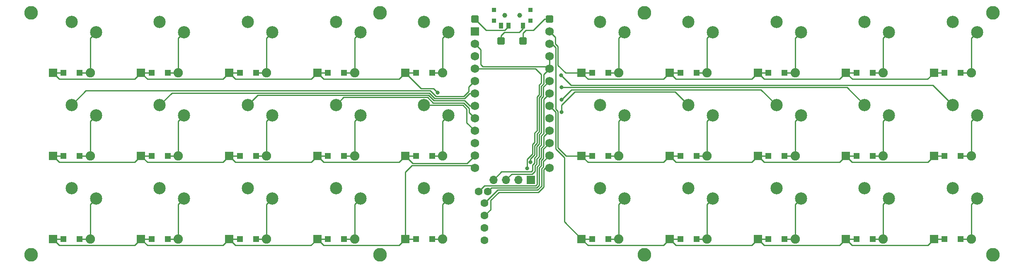
<source format=gbr>
%TF.GenerationSoftware,KiCad,Pcbnew,(6.0.4)*%
%TF.CreationDate,2022-07-31T16:16:28-04:00*%
%TF.ProjectId,satpad,73617470-6164-42e6-9b69-6361645f7063,v1.0.0*%
%TF.SameCoordinates,Original*%
%TF.FileFunction,Copper,L1,Top*%
%TF.FilePolarity,Positive*%
%FSLAX46Y46*%
G04 Gerber Fmt 4.6, Leading zero omitted, Abs format (unit mm)*
G04 Created by KiCad (PCBNEW (6.0.4)) date 2022-07-31 16:16:28*
%MOMM*%
%LPD*%
G01*
G04 APERTURE LIST*
G04 Aperture macros list*
%AMRoundRect*
0 Rectangle with rounded corners*
0 $1 Rounding radius*
0 $2 $3 $4 $5 $6 $7 $8 $9 X,Y pos of 4 corners*
0 Add a 4 corners polygon primitive as box body*
4,1,4,$2,$3,$4,$5,$6,$7,$8,$9,$2,$3,0*
0 Add four circle primitives for the rounded corners*
1,1,$1+$1,$2,$3*
1,1,$1+$1,$4,$5*
1,1,$1+$1,$6,$7*
1,1,$1+$1,$8,$9*
0 Add four rect primitives between the rounded corners*
20,1,$1+$1,$2,$3,$4,$5,0*
20,1,$1+$1,$4,$5,$6,$7,0*
20,1,$1+$1,$6,$7,$8,$9,0*
20,1,$1+$1,$8,$9,$2,$3,0*%
G04 Aperture macros list end*
%TA.AperFunction,ComponentPad*%
%ADD10C,2.500000*%
%TD*%
%TA.AperFunction,SMDPad,CuDef*%
%ADD11R,1.200000X1.200000*%
%TD*%
%TA.AperFunction,ComponentPad*%
%ADD12C,1.905000*%
%TD*%
%TA.AperFunction,ComponentPad*%
%ADD13R,1.778000X1.778000*%
%TD*%
%TA.AperFunction,ComponentPad*%
%ADD14C,2.800000*%
%TD*%
%TA.AperFunction,ComponentPad*%
%ADD15R,1.752600X1.752600*%
%TD*%
%TA.AperFunction,ComponentPad*%
%ADD16C,1.752600*%
%TD*%
%TA.AperFunction,ComponentPad*%
%ADD17RoundRect,0.400000X-0.400000X-0.400000X0.400000X-0.400000X0.400000X0.400000X-0.400000X0.400000X0*%
%TD*%
%TA.AperFunction,ComponentPad*%
%ADD18O,1.700000X1.700000*%
%TD*%
%TA.AperFunction,ComponentPad*%
%ADD19R,1.700000X1.700000*%
%TD*%
%TA.AperFunction,ComponentPad*%
%ADD20C,1.600000*%
%TD*%
%TA.AperFunction,WasherPad*%
%ADD21C,1.000000*%
%TD*%
%TA.AperFunction,SMDPad,CuDef*%
%ADD22R,0.900000X1.250000*%
%TD*%
%TA.AperFunction,SMDPad,CuDef*%
%ADD23R,0.900000X0.900000*%
%TD*%
%TA.AperFunction,ViaPad*%
%ADD24C,0.800000*%
%TD*%
%TA.AperFunction,Conductor*%
%ADD25C,0.250000*%
%TD*%
G04 APERTURE END LIST*
D10*
%TO.P,S1,1*%
%TO.N,pinky_bottom*%
X5000000Y3800000D03*
%TO.P,S1,2*%
%TO.N,F4*%
X0Y5900000D03*
%TD*%
D11*
%TO.P,D1,1*%
%TO.N,B6*%
X-1650000Y-4500000D03*
%TO.P,D1,2*%
%TO.N,pinky_bottom*%
X1650000Y-4500000D03*
D12*
%TO.P,D1,1*%
X3810000Y-4500000D03*
D13*
%TO.P,D1,2*%
%TO.N,B6*%
X-3810000Y-4500000D03*
%TD*%
D10*
%TO.P,S2,1*%
%TO.N,pinky_home*%
X5000000Y20800000D03*
%TO.P,S2,2*%
%TO.N,F4*%
X0Y22900000D03*
%TD*%
D11*
%TO.P,D2,1*%
%TO.N,B2*%
X-1650000Y12500000D03*
%TO.P,D2,2*%
%TO.N,pinky_home*%
X1650000Y12500000D03*
D12*
%TO.P,D2,1*%
X3810000Y12500000D03*
D13*
%TO.P,D2,2*%
%TO.N,B2*%
X-3810000Y12500000D03*
%TD*%
D10*
%TO.P,S3,1*%
%TO.N,pinky_top*%
X5000000Y37800000D03*
%TO.P,S3,2*%
%TO.N,F4*%
X0Y39900000D03*
%TD*%
D11*
%TO.P,D3,1*%
%TO.N,B3*%
X-1650000Y29500000D03*
%TO.P,D3,2*%
%TO.N,pinky_top*%
X1650000Y29500000D03*
D12*
%TO.P,D3,1*%
X3810000Y29500000D03*
D13*
%TO.P,D3,2*%
%TO.N,B3*%
X-3810000Y29500000D03*
%TD*%
D10*
%TO.P,S4,1*%
%TO.N,ring_bottom*%
X23000000Y3800000D03*
%TO.P,S4,2*%
%TO.N,F5*%
X18000000Y5900000D03*
%TD*%
D11*
%TO.P,D4,1*%
%TO.N,B6*%
X16350000Y-4500000D03*
%TO.P,D4,2*%
%TO.N,ring_bottom*%
X19650000Y-4500000D03*
D12*
%TO.P,D4,1*%
X21810000Y-4500000D03*
D13*
%TO.P,D4,2*%
%TO.N,B6*%
X14190000Y-4500000D03*
%TD*%
D10*
%TO.P,S5,1*%
%TO.N,ring_home*%
X23000000Y20800000D03*
%TO.P,S5,2*%
%TO.N,F5*%
X18000000Y22900000D03*
%TD*%
D11*
%TO.P,D5,1*%
%TO.N,B2*%
X16350000Y12500000D03*
%TO.P,D5,2*%
%TO.N,ring_home*%
X19650000Y12500000D03*
D12*
%TO.P,D5,1*%
X21810000Y12500000D03*
D13*
%TO.P,D5,2*%
%TO.N,B2*%
X14190000Y12500000D03*
%TD*%
D10*
%TO.P,S6,1*%
%TO.N,ring_top*%
X23000000Y37800000D03*
%TO.P,S6,2*%
%TO.N,F5*%
X18000000Y39900000D03*
%TD*%
D11*
%TO.P,D6,1*%
%TO.N,B3*%
X16350000Y29500000D03*
%TO.P,D6,2*%
%TO.N,ring_top*%
X19650000Y29500000D03*
D12*
%TO.P,D6,1*%
X21810000Y29500000D03*
D13*
%TO.P,D6,2*%
%TO.N,B3*%
X14190000Y29500000D03*
%TD*%
D10*
%TO.P,S7,1*%
%TO.N,middle_bottom*%
X41000000Y3800000D03*
%TO.P,S7,2*%
%TO.N,F6*%
X36000000Y5900000D03*
%TD*%
D11*
%TO.P,D7,1*%
%TO.N,B6*%
X34350000Y-4500000D03*
%TO.P,D7,2*%
%TO.N,middle_bottom*%
X37650000Y-4500000D03*
D12*
%TO.P,D7,1*%
X39810000Y-4500000D03*
D13*
%TO.P,D7,2*%
%TO.N,B6*%
X32190000Y-4500000D03*
%TD*%
D10*
%TO.P,S8,1*%
%TO.N,middle_home*%
X41000000Y20800000D03*
%TO.P,S8,2*%
%TO.N,F6*%
X36000000Y22900000D03*
%TD*%
D11*
%TO.P,D8,1*%
%TO.N,B2*%
X34350000Y12500000D03*
%TO.P,D8,2*%
%TO.N,middle_home*%
X37650000Y12500000D03*
D12*
%TO.P,D8,1*%
X39810000Y12500000D03*
D13*
%TO.P,D8,2*%
%TO.N,B2*%
X32190000Y12500000D03*
%TD*%
D10*
%TO.P,S9,1*%
%TO.N,middle_top*%
X41000000Y37800000D03*
%TO.P,S9,2*%
%TO.N,F6*%
X36000000Y39900000D03*
%TD*%
D11*
%TO.P,D9,1*%
%TO.N,B3*%
X34350000Y29500000D03*
%TO.P,D9,2*%
%TO.N,middle_top*%
X37650000Y29500000D03*
D12*
%TO.P,D9,1*%
X39810000Y29500000D03*
D13*
%TO.P,D9,2*%
%TO.N,B3*%
X32190000Y29500000D03*
%TD*%
D10*
%TO.P,S10,1*%
%TO.N,index_bottom*%
X59000000Y3800000D03*
%TO.P,S10,2*%
%TO.N,F7*%
X54000000Y5900000D03*
%TD*%
D11*
%TO.P,D10,1*%
%TO.N,B6*%
X52350000Y-4500000D03*
%TO.P,D10,2*%
%TO.N,index_bottom*%
X55650000Y-4500000D03*
D12*
%TO.P,D10,1*%
X57810000Y-4500000D03*
D13*
%TO.P,D10,2*%
%TO.N,B6*%
X50190000Y-4500000D03*
%TD*%
D10*
%TO.P,S11,1*%
%TO.N,index_home*%
X59000000Y20800000D03*
%TO.P,S11,2*%
%TO.N,F7*%
X54000000Y22900000D03*
%TD*%
D11*
%TO.P,D11,1*%
%TO.N,B2*%
X52350000Y12500000D03*
%TO.P,D11,2*%
%TO.N,index_home*%
X55650000Y12500000D03*
D12*
%TO.P,D11,1*%
X57810000Y12500000D03*
D13*
%TO.P,D11,2*%
%TO.N,B2*%
X50190000Y12500000D03*
%TD*%
D10*
%TO.P,S12,1*%
%TO.N,index_top*%
X59000000Y37800000D03*
%TO.P,S12,2*%
%TO.N,F7*%
X54000000Y39900000D03*
%TD*%
D11*
%TO.P,D12,1*%
%TO.N,B3*%
X52350000Y29500000D03*
%TO.P,D12,2*%
%TO.N,index_top*%
X55650000Y29500000D03*
D12*
%TO.P,D12,1*%
X57810000Y29500000D03*
D13*
%TO.P,D12,2*%
%TO.N,B3*%
X50190000Y29500000D03*
%TD*%
D10*
%TO.P,S13,1*%
%TO.N,inner_bottom*%
X77000000Y3800000D03*
%TO.P,S13,2*%
%TO.N,B1*%
X72000000Y5900000D03*
%TD*%
D11*
%TO.P,D13,1*%
%TO.N,B6*%
X70350000Y-4500000D03*
%TO.P,D13,2*%
%TO.N,inner_bottom*%
X73650000Y-4500000D03*
D12*
%TO.P,D13,1*%
X75810000Y-4500000D03*
D13*
%TO.P,D13,2*%
%TO.N,B6*%
X68190000Y-4500000D03*
%TD*%
D10*
%TO.P,S14,1*%
%TO.N,inner_home*%
X77000000Y20800000D03*
%TO.P,S14,2*%
%TO.N,B1*%
X72000000Y22900000D03*
%TD*%
D11*
%TO.P,D14,1*%
%TO.N,B2*%
X70350000Y12500000D03*
%TO.P,D14,2*%
%TO.N,inner_home*%
X73650000Y12500000D03*
D12*
%TO.P,D14,1*%
X75810000Y12500000D03*
D13*
%TO.P,D14,2*%
%TO.N,B2*%
X68190000Y12500000D03*
%TD*%
D10*
%TO.P,S15,1*%
%TO.N,inner_top*%
X77000000Y37800000D03*
%TO.P,S15,2*%
%TO.N,B1*%
X72000000Y39900000D03*
%TD*%
D11*
%TO.P,D15,1*%
%TO.N,B3*%
X70350000Y29500000D03*
%TO.P,D15,2*%
%TO.N,inner_top*%
X73650000Y29500000D03*
D12*
%TO.P,D15,1*%
X75810000Y29500000D03*
D13*
%TO.P,D15,2*%
%TO.N,B3*%
X68190000Y29500000D03*
%TD*%
D10*
%TO.P,S16,1*%
%TO.N,mirror_pinky_bottom*%
X185000000Y3800000D03*
%TO.P,S16,2*%
%TO.N,F4*%
X180000000Y5900000D03*
%TD*%
D11*
%TO.P,D16,1*%
%TO.N,D4*%
X178350000Y-4500000D03*
%TO.P,D16,2*%
%TO.N,mirror_pinky_bottom*%
X181650000Y-4500000D03*
D12*
%TO.P,D16,1*%
X183810000Y-4500000D03*
D13*
%TO.P,D16,2*%
%TO.N,D4*%
X176190000Y-4500000D03*
%TD*%
D10*
%TO.P,S17,1*%
%TO.N,mirror_pinky_home*%
X185000000Y20800000D03*
%TO.P,S17,2*%
%TO.N,F4*%
X180000000Y22900000D03*
%TD*%
D11*
%TO.P,D17,1*%
%TO.N,D2*%
X178350000Y12500000D03*
%TO.P,D17,2*%
%TO.N,mirror_pinky_home*%
X181650000Y12500000D03*
D12*
%TO.P,D17,1*%
X183810000Y12500000D03*
D13*
%TO.P,D17,2*%
%TO.N,D2*%
X176190000Y12500000D03*
%TD*%
D10*
%TO.P,S18,1*%
%TO.N,mirror_pinky_top*%
X185000000Y37800000D03*
%TO.P,S18,2*%
%TO.N,F4*%
X180000000Y39900000D03*
%TD*%
D11*
%TO.P,D18,1*%
%TO.N,D3*%
X178350000Y29500000D03*
%TO.P,D18,2*%
%TO.N,mirror_pinky_top*%
X181650000Y29500000D03*
D12*
%TO.P,D18,1*%
X183810000Y29500000D03*
D13*
%TO.P,D18,2*%
%TO.N,D3*%
X176190000Y29500000D03*
%TD*%
D10*
%TO.P,S19,1*%
%TO.N,mirror_ring_bottom*%
X167000000Y3800000D03*
%TO.P,S19,2*%
%TO.N,F5*%
X162000000Y5900000D03*
%TD*%
D11*
%TO.P,D19,1*%
%TO.N,D4*%
X160350000Y-4500000D03*
%TO.P,D19,2*%
%TO.N,mirror_ring_bottom*%
X163650000Y-4500000D03*
D12*
%TO.P,D19,1*%
X165810000Y-4500000D03*
D13*
%TO.P,D19,2*%
%TO.N,D4*%
X158190000Y-4500000D03*
%TD*%
D10*
%TO.P,S20,1*%
%TO.N,mirror_ring_home*%
X167000000Y20800000D03*
%TO.P,S20,2*%
%TO.N,F5*%
X162000000Y22900000D03*
%TD*%
D11*
%TO.P,D20,1*%
%TO.N,D2*%
X160350000Y12500000D03*
%TO.P,D20,2*%
%TO.N,mirror_ring_home*%
X163650000Y12500000D03*
D12*
%TO.P,D20,1*%
X165810000Y12500000D03*
D13*
%TO.P,D20,2*%
%TO.N,D2*%
X158190000Y12500000D03*
%TD*%
D10*
%TO.P,S21,1*%
%TO.N,mirror_ring_top*%
X167000000Y37800000D03*
%TO.P,S21,2*%
%TO.N,F5*%
X162000000Y39900000D03*
%TD*%
D11*
%TO.P,D21,1*%
%TO.N,D3*%
X160350000Y29500000D03*
%TO.P,D21,2*%
%TO.N,mirror_ring_top*%
X163650000Y29500000D03*
D12*
%TO.P,D21,1*%
X165810000Y29500000D03*
D13*
%TO.P,D21,2*%
%TO.N,D3*%
X158190000Y29500000D03*
%TD*%
D10*
%TO.P,S22,1*%
%TO.N,mirror_middle_bottom*%
X149000000Y3800000D03*
%TO.P,S22,2*%
%TO.N,F6*%
X144000000Y5900000D03*
%TD*%
D11*
%TO.P,D22,1*%
%TO.N,D4*%
X142350000Y-4500000D03*
%TO.P,D22,2*%
%TO.N,mirror_middle_bottom*%
X145650000Y-4500000D03*
D12*
%TO.P,D22,1*%
X147810000Y-4500000D03*
D13*
%TO.P,D22,2*%
%TO.N,D4*%
X140190000Y-4500000D03*
%TD*%
D10*
%TO.P,S23,1*%
%TO.N,mirror_middle_home*%
X149000000Y20800000D03*
%TO.P,S23,2*%
%TO.N,F6*%
X144000000Y22900000D03*
%TD*%
D11*
%TO.P,D23,1*%
%TO.N,D2*%
X142350000Y12500000D03*
%TO.P,D23,2*%
%TO.N,mirror_middle_home*%
X145650000Y12500000D03*
D12*
%TO.P,D23,1*%
X147810000Y12500000D03*
D13*
%TO.P,D23,2*%
%TO.N,D2*%
X140190000Y12500000D03*
%TD*%
D10*
%TO.P,S24,1*%
%TO.N,mirror_middle_top*%
X149000000Y37800000D03*
%TO.P,S24,2*%
%TO.N,F6*%
X144000000Y39900000D03*
%TD*%
D11*
%TO.P,D24,1*%
%TO.N,D3*%
X142350000Y29500000D03*
%TO.P,D24,2*%
%TO.N,mirror_middle_top*%
X145650000Y29500000D03*
D12*
%TO.P,D24,1*%
X147810000Y29500000D03*
D13*
%TO.P,D24,2*%
%TO.N,D3*%
X140190000Y29500000D03*
%TD*%
D10*
%TO.P,S25,1*%
%TO.N,mirror_index_bottom*%
X131000000Y3800000D03*
%TO.P,S25,2*%
%TO.N,F7*%
X126000000Y5900000D03*
%TD*%
D11*
%TO.P,D25,1*%
%TO.N,D4*%
X124350000Y-4500000D03*
%TO.P,D25,2*%
%TO.N,mirror_index_bottom*%
X127650000Y-4500000D03*
D12*
%TO.P,D25,1*%
X129810000Y-4500000D03*
D13*
%TO.P,D25,2*%
%TO.N,D4*%
X122190000Y-4500000D03*
%TD*%
D10*
%TO.P,S26,1*%
%TO.N,mirror_index_home*%
X131000000Y20800000D03*
%TO.P,S26,2*%
%TO.N,F7*%
X126000000Y22900000D03*
%TD*%
D11*
%TO.P,D26,1*%
%TO.N,D2*%
X124350000Y12500000D03*
%TO.P,D26,2*%
%TO.N,mirror_index_home*%
X127650000Y12500000D03*
D12*
%TO.P,D26,1*%
X129810000Y12500000D03*
D13*
%TO.P,D26,2*%
%TO.N,D2*%
X122190000Y12500000D03*
%TD*%
D10*
%TO.P,S27,1*%
%TO.N,mirror_index_top*%
X131000000Y37800000D03*
%TO.P,S27,2*%
%TO.N,F7*%
X126000000Y39900000D03*
%TD*%
D11*
%TO.P,D27,1*%
%TO.N,D3*%
X124350000Y29500000D03*
%TO.P,D27,2*%
%TO.N,mirror_index_top*%
X127650000Y29500000D03*
D12*
%TO.P,D27,1*%
X129810000Y29500000D03*
D13*
%TO.P,D27,2*%
%TO.N,D3*%
X122190000Y29500000D03*
%TD*%
D10*
%TO.P,S28,1*%
%TO.N,mirror_inner_bottom*%
X113000000Y3800000D03*
%TO.P,S28,2*%
%TO.N,B1*%
X108000000Y5900000D03*
%TD*%
D11*
%TO.P,D28,1*%
%TO.N,D4*%
X106350000Y-4500000D03*
%TO.P,D28,2*%
%TO.N,mirror_inner_bottom*%
X109650000Y-4500000D03*
D12*
%TO.P,D28,1*%
X111810000Y-4500000D03*
D13*
%TO.P,D28,2*%
%TO.N,D4*%
X104190000Y-4500000D03*
%TD*%
D10*
%TO.P,S29,1*%
%TO.N,mirror_inner_home*%
X113000000Y20800000D03*
%TO.P,S29,2*%
%TO.N,B1*%
X108000000Y22900000D03*
%TD*%
D11*
%TO.P,D29,1*%
%TO.N,D2*%
X106350000Y12500000D03*
%TO.P,D29,2*%
%TO.N,mirror_inner_home*%
X109650000Y12500000D03*
D12*
%TO.P,D29,1*%
X111810000Y12500000D03*
D13*
%TO.P,D29,2*%
%TO.N,D2*%
X104190000Y12500000D03*
%TD*%
D10*
%TO.P,S30,1*%
%TO.N,mirror_inner_top*%
X113000000Y37800000D03*
%TO.P,S30,2*%
%TO.N,B1*%
X108000000Y39900000D03*
%TD*%
D11*
%TO.P,D30,1*%
%TO.N,D3*%
X106350000Y29500000D03*
%TO.P,D30,2*%
%TO.N,mirror_inner_top*%
X109650000Y29500000D03*
D12*
%TO.P,D30,1*%
X111810000Y29500000D03*
D13*
%TO.P,D30,2*%
%TO.N,D3*%
X104190000Y29500000D03*
%TD*%
D14*
%TO.P,,1*%
%TO.N,N/C*%
X-8250000Y41750000D03*
%TD*%
%TO.P,,1*%
%TO.N,N/C*%
X-8250000Y-7750000D03*
%TD*%
%TO.P,,1*%
%TO.N,N/C*%
X63000000Y41750000D03*
%TD*%
%TO.P,,1*%
%TO.N,N/C*%
X63000000Y-7750000D03*
%TD*%
%TO.P,,1*%
%TO.N,N/C*%
X188250000Y41750000D03*
%TD*%
%TO.P,,1*%
%TO.N,N/C*%
X188250000Y-7750000D03*
%TD*%
%TO.P,,1*%
%TO.N,N/C*%
X117000000Y41750000D03*
%TD*%
%TO.P,,1*%
%TO.N,N/C*%
X117000000Y-7750000D03*
%TD*%
D15*
%TO.P,MCU1,1*%
%TO.N,RAW*%
X82380000Y37970000D03*
D16*
%TO.P,MCU1,2*%
%TO.N,GND*%
X82380000Y35430000D03*
%TO.P,MCU1,3*%
%TO.N,RST*%
X82380000Y32890000D03*
%TO.P,MCU1,4*%
%TO.N,VCC*%
X82380000Y30350000D03*
%TO.P,MCU1,5*%
%TO.N,F4*%
X82380000Y27810000D03*
%TO.P,MCU1,6*%
%TO.N,F5*%
X82380000Y25270000D03*
%TO.P,MCU1,7*%
%TO.N,F6*%
X82380000Y22730000D03*
%TO.P,MCU1,8*%
%TO.N,F7*%
X82380000Y20190000D03*
%TO.P,MCU1,9*%
%TO.N,B1*%
X82380000Y17650000D03*
%TO.P,MCU1,10*%
%TO.N,B3*%
X82380000Y15110000D03*
%TO.P,MCU1,11*%
%TO.N,B2*%
X82380000Y12570000D03*
%TO.P,MCU1,12*%
%TO.N,B6*%
X82380000Y10030000D03*
%TO.P,MCU1,13*%
%TO.N,D3*%
X97620000Y37970000D03*
%TO.P,MCU1,14*%
%TO.N,D2*%
X97620000Y35430000D03*
%TO.P,MCU1,15*%
%TO.N,GND*%
X97620000Y32890000D03*
%TO.P,MCU1,16*%
X97620000Y30350000D03*
%TO.P,MCU1,17*%
%TO.N,D1*%
X97620000Y27810000D03*
%TO.P,MCU1,18*%
%TO.N,D0*%
X97620000Y25270000D03*
%TO.P,MCU1,19*%
%TO.N,D4*%
X97620000Y22730000D03*
%TO.P,MCU1,20*%
%TO.N,C6*%
X97620000Y20190000D03*
%TO.P,MCU1,21*%
%TO.N,D7*%
X97620000Y17650000D03*
%TO.P,MCU1,22*%
%TO.N,E6*%
X97620000Y15110000D03*
%TO.P,MCU1,23*%
%TO.N,B4*%
X97620000Y12570000D03*
%TO.P,MCU1,24*%
%TO.N,B5*%
X97620000Y10030000D03*
D17*
%TO.P,MCU1,25*%
%TO.N,Bplus*%
X82380000Y40510000D03*
%TO.N,Bminus*%
X97620000Y40510000D03*
%TD*%
D18*
%TO.P,OLED1,4*%
%TO.N,D1*%
X86180000Y7600000D03*
%TO.P,OLED1,3*%
%TO.N,D0*%
X88720000Y7600000D03*
%TO.P,OLED1,2*%
%TO.N,VCC*%
X91260000Y7600000D03*
D19*
%TO.P,OLED1,1*%
%TO.N,GND*%
X93800000Y7600000D03*
%TD*%
D20*
%TO.P,REF\u002A\u002A,S1*%
%TO.N,D7*%
X83150000Y5200000D03*
%TO.P,REF\u002A\u002A,S2*%
%TO.N,E6*%
X85000000Y5200000D03*
%TO.P,REF\u002A\u002A,A*%
%TO.N,B4*%
X84375000Y2810000D03*
%TO.P,REF\u002A\u002A,B*%
%TO.N,B5*%
X84375000Y270000D03*
%TO.P,REF\u002A\u002A,C*%
%TO.N,GND*%
X84375000Y-2270000D03*
%TO.P,REF\u002A\u002A,D*%
%TO.N,N/C*%
X84375000Y-4810000D03*
%TD*%
D21*
%TO.P,T1,*%
%TO.N,*%
X91500000Y41250000D03*
X88500000Y41250000D03*
D22*
%TO.P,T1,1*%
%TO.N,BAT*%
X92250000Y39175000D03*
%TO.P,T1,2*%
%TO.N,Bplus*%
X89250000Y39175000D03*
%TO.P,T1,3*%
%TO.N,N/C*%
X87750000Y39175000D03*
D23*
%TO.P,T1,*%
%TO.N,*%
X93700000Y42350000D03*
X93700000Y40150000D03*
X86300000Y40150000D03*
X86300000Y42350000D03*
%TD*%
D17*
%TO.P,,1*%
%TO.N,BAT*%
X87750000Y36000000D03*
%TD*%
%TO.P,,1*%
%TO.N,Bminus*%
X92250000Y36000000D03*
%TD*%
D24*
%TO.N,F4*%
X100000000Y29000000D03*
%TO.N,F5*%
X100100000Y26500000D03*
%TO.N,F6*%
X100100000Y24000000D03*
%TO.N,F7*%
X100100000Y21500000D03*
%TO.N,B3*%
X74765876Y25422580D03*
%TO.N,GND*%
X93758552Y11224500D03*
%TO.N,VCC*%
X93034052Y9974020D03*
%TD*%
D25*
%TO.N,F4*%
X175950480Y26949520D02*
X180000000Y22900000D01*
X102050480Y26949520D02*
X175950480Y26949520D01*
X100000000Y29000000D02*
X102050480Y26949520D01*
%TO.N,F7*%
X123299040Y25600960D02*
X126000000Y22900000D01*
X102800960Y25600960D02*
X123299040Y25600960D01*
X100100000Y22900000D02*
X102800960Y25600960D01*
X100100000Y21500000D02*
X100100000Y22900000D01*
%TO.N,F6*%
X140849520Y26050480D02*
X144000000Y22900000D01*
X102150480Y26050480D02*
X140849520Y26050480D01*
X100100000Y24000000D02*
X102150480Y26050480D01*
%TO.N,F5*%
X158400000Y26500000D02*
X162000000Y22900000D01*
X100100000Y26500000D02*
X158400000Y26500000D01*
%TO.N,Bminus*%
X92250000Y37650000D02*
X92825489Y38225489D01*
X92250000Y36000000D02*
X92250000Y37650000D01*
X92825489Y38225489D02*
X94325489Y38225489D01*
X94325489Y38225489D02*
X96610000Y40510000D01*
X96610000Y40510000D02*
X97620000Y40510000D01*
%TO.N,BAT*%
X91475969Y37775969D02*
X88375969Y37775969D01*
X92250000Y38550000D02*
X91475969Y37775969D01*
X87750000Y37150000D02*
X87750000Y36000000D01*
X92250000Y39175000D02*
X92250000Y38550000D01*
X88375969Y37775969D02*
X87750000Y37150000D01*
%TO.N,Bplus*%
X84664511Y38225489D02*
X82380000Y40510000D01*
X88524511Y38225489D02*
X84664511Y38225489D01*
X89250000Y38950978D02*
X88524511Y38225489D01*
X89250000Y39175000D02*
X89250000Y38950978D01*
%TO.N,B3*%
X71390000Y26300000D02*
X68190000Y29500000D01*
X73888456Y26300000D02*
X71390000Y26300000D01*
X74765876Y25422580D02*
X73888456Y26300000D01*
%TO.N,D4*%
X100700000Y12164282D02*
X98900000Y13964282D01*
X98900000Y21450000D02*
X97620000Y22730000D01*
X100700000Y-1010000D02*
X100700000Y12164282D01*
X104190000Y-4500000D02*
X100700000Y-1010000D01*
X98900000Y13964282D02*
X98900000Y21450000D01*
%TO.N,D2*%
X99349520Y21636197D02*
X98900000Y22085718D01*
X98900000Y22085718D02*
X98900000Y34700000D01*
X98900000Y34700000D02*
X98170000Y35430000D01*
X101000000Y12500000D02*
X99349520Y14150480D01*
X99349520Y14150480D02*
X99349520Y21636197D01*
X104190000Y12500000D02*
X101000000Y12500000D01*
X98170000Y35430000D02*
X97620000Y35430000D01*
%TO.N,D3*%
X98820811Y36769189D02*
X97620000Y37970000D01*
X99349520Y34886198D02*
X98820811Y35414907D01*
X98820811Y35414907D02*
X98820811Y36769189D01*
X100900000Y29500000D02*
X99349520Y31050480D01*
X99349520Y31050480D02*
X99349520Y34886198D01*
X104190000Y29500000D02*
X100900000Y29500000D01*
%TO.N,B6*%
X81910000Y10500000D02*
X82380000Y10030000D01*
X69500000Y10500000D02*
X81910000Y10500000D01*
X68190000Y9190000D02*
X69500000Y10500000D01*
X68190000Y-4500000D02*
X68190000Y9190000D01*
%TO.N,B2*%
X82370000Y12570000D02*
X82380000Y12570000D01*
X69690000Y11000000D02*
X80800000Y11000000D01*
X80800000Y11000000D02*
X82370000Y12570000D01*
X68190000Y12500000D02*
X69690000Y11000000D01*
%TO.N,F4*%
X82310000Y27810000D02*
X82380000Y27810000D01*
X81100000Y26600000D02*
X82310000Y27810000D01*
X73284083Y25823071D02*
X74409074Y24698080D01*
X80109876Y24698080D02*
X81100000Y25688204D01*
X2923071Y25823071D02*
X73284083Y25823071D01*
X74409074Y24698080D02*
X80109876Y24698080D01*
X0Y22900000D02*
X2923071Y25823071D01*
X81100000Y25688204D02*
X81100000Y26600000D01*
%TO.N,F6*%
X80272396Y23799040D02*
X81341436Y22730000D01*
X74036678Y23799040D02*
X80272396Y23799040D01*
X81341436Y22730000D02*
X82380000Y22730000D01*
X72911687Y24924031D02*
X74036678Y23799040D01*
X38024031Y24924031D02*
X72911687Y24924031D01*
X36000000Y22900000D02*
X38024031Y24924031D01*
%TO.N,F7*%
X80086198Y23349520D02*
X81179189Y22256529D01*
X72725489Y24474511D02*
X73850480Y23349520D01*
X55574511Y24474511D02*
X72725489Y24474511D01*
X81179189Y22256529D02*
X81179189Y21390811D01*
X81179189Y21390811D02*
X82380000Y20190000D01*
X54000000Y22900000D02*
X55574511Y24474511D01*
X73850480Y23349520D02*
X80086198Y23349520D01*
%TO.N,B1*%
X80729669Y22070331D02*
X80729669Y19300331D01*
X79900000Y22900000D02*
X80729669Y22070331D01*
X80729669Y19300331D02*
X82380000Y17650000D01*
X72000000Y22900000D02*
X79900000Y22900000D01*
%TO.N,F5*%
X81317514Y25270000D02*
X82380000Y25270000D01*
X74222877Y24248560D02*
X80296074Y24248560D01*
X73097885Y25373551D02*
X74222877Y24248560D01*
X20473551Y25373551D02*
X73097885Y25373551D01*
X18000000Y22900000D02*
X20473551Y25373551D01*
X80296074Y24248560D02*
X81317514Y25270000D01*
%TO.N,mirror_pinky_top*%
X183810000Y36610000D02*
X183810000Y29500000D01*
X185000000Y37800000D02*
X183810000Y36610000D01*
%TO.N,mirror_ring_top*%
X167000000Y37800000D02*
X165810000Y36610000D01*
X165810000Y36610000D02*
X165810000Y29500000D01*
%TO.N,mirror_middle_top*%
X147810000Y36610000D02*
X147810000Y29500000D01*
X149000000Y37800000D02*
X147810000Y36610000D01*
%TO.N,mirror_index_top*%
X129810000Y36610000D02*
X129810000Y29500000D01*
X131000000Y37800000D02*
X129810000Y36610000D01*
%TO.N,mirror_inner_top*%
X111810000Y36610000D02*
X111810000Y29500000D01*
X113000000Y37800000D02*
X111810000Y36610000D01*
%TO.N,mirror_inner_home*%
X111810000Y19610000D02*
X111810000Y12500000D01*
X113000000Y20800000D02*
X111810000Y19610000D01*
%TO.N,mirror_index_home*%
X131000000Y20800000D02*
X129810000Y19610000D01*
X129810000Y19610000D02*
X129810000Y12500000D01*
%TO.N,mirror_middle_home*%
X149000000Y20800000D02*
X147810000Y19610000D01*
X147810000Y19610000D02*
X147810000Y12500000D01*
%TO.N,mirror_ring_home*%
X165810000Y19610000D02*
X165810000Y12500000D01*
X167000000Y20800000D02*
X165810000Y19610000D01*
%TO.N,mirror_pinky_home*%
X183810000Y19610000D02*
X183810000Y12500000D01*
X185000000Y20800000D02*
X183810000Y19610000D01*
%TO.N,mirror_pinky_bottom*%
X183810000Y2610000D02*
X183810000Y-4500000D01*
X185000000Y3800000D02*
X183810000Y2610000D01*
%TO.N,mirror_ring_bottom*%
X165810000Y2610000D02*
X165810000Y-4500000D01*
X167000000Y3800000D02*
X165810000Y2610000D01*
%TO.N,mirror_middle_bottom*%
X147810000Y2610000D02*
X147810000Y-4500000D01*
X149000000Y3800000D02*
X147810000Y2610000D01*
%TO.N,mirror_index_bottom*%
X129810000Y2610000D02*
X129810000Y-4500000D01*
X131000000Y3800000D02*
X129810000Y2610000D01*
%TO.N,mirror_inner_bottom*%
X111810000Y2610000D02*
X111810000Y-4500000D01*
X113000000Y3800000D02*
X111810000Y2610000D01*
%TO.N,inner_bottom*%
X75810000Y2610000D02*
X75810000Y-4500000D01*
X77000000Y3800000D02*
X75810000Y2610000D01*
%TO.N,index_bottom*%
X57810000Y2610000D02*
X57810000Y-4500000D01*
X59000000Y3800000D02*
X57810000Y2610000D01*
%TO.N,middle_bottom*%
X39810000Y2610000D02*
X39810000Y-4500000D01*
X41000000Y3800000D02*
X39810000Y2610000D01*
%TO.N,ring_bottom*%
X23000000Y3800000D02*
X21810000Y2610000D01*
X21810000Y2610000D02*
X21810000Y-4500000D01*
%TO.N,pinky_bottom*%
X3810000Y2610000D02*
X3810000Y-4500000D01*
X5000000Y3800000D02*
X3810000Y2610000D01*
%TO.N,pinky_home*%
X3810000Y19610000D02*
X3810000Y12500000D01*
X5000000Y20800000D02*
X3810000Y19610000D01*
%TO.N,ring_home*%
X21810000Y19610000D02*
X21810000Y12500000D01*
X23000000Y20800000D02*
X21810000Y19610000D01*
%TO.N,middle_home*%
X39810000Y19610000D02*
X39810000Y12500000D01*
X41000000Y20800000D02*
X39810000Y19610000D01*
%TO.N,index_home*%
X57810000Y19610000D02*
X57810000Y12500000D01*
X59000000Y20800000D02*
X57810000Y19610000D01*
%TO.N,inner_home*%
X77000000Y20800000D02*
X75810000Y19610000D01*
X75810000Y19610000D02*
X75810000Y12500000D01*
%TO.N,inner_top*%
X75810000Y36610000D02*
X75810000Y29500000D01*
X77000000Y37800000D02*
X75810000Y36610000D01*
%TO.N,index_top*%
X57810000Y36610000D02*
X57810000Y29500000D01*
X59000000Y37800000D02*
X57810000Y36610000D01*
%TO.N,middle_top*%
X39810000Y36610000D02*
X39810000Y29500000D01*
X41000000Y37800000D02*
X39810000Y36610000D01*
%TO.N,ring_top*%
X23000000Y37800000D02*
X21810000Y36610000D01*
X21810000Y36610000D02*
X21810000Y29500000D01*
%TO.N,pinky_top*%
X3810000Y36610000D02*
X3810000Y29500000D01*
X5000000Y37800000D02*
X3810000Y36610000D01*
%TO.N,D3*%
X176190000Y29500000D02*
X174890000Y28200000D01*
X174890000Y28200000D02*
X159490000Y28200000D01*
X159490000Y28200000D02*
X158190000Y29500000D01*
%TO.N,D4*%
X105467011Y-5777011D02*
X104190000Y-4500000D01*
X120912989Y-5777011D02*
X105467011Y-5777011D01*
X122190000Y-4500000D02*
X120912989Y-5777011D01*
X123467011Y-5777011D02*
X122190000Y-4500000D01*
X138912989Y-5777011D02*
X123467011Y-5777011D01*
X140190000Y-4500000D02*
X138912989Y-5777011D01*
X141467011Y-5777011D02*
X140190000Y-4500000D01*
X158190000Y-4500000D02*
X156912989Y-5777011D01*
X156912989Y-5777011D02*
X141467011Y-5777011D01*
X174912989Y-5777011D02*
X159467011Y-5777011D01*
X159467011Y-5777011D02*
X158190000Y-4500000D01*
X176190000Y-4500000D02*
X174912989Y-5777011D01*
%TO.N,D2*%
X105467011Y11222989D02*
X104190000Y12500000D01*
X120912989Y11222989D02*
X105467011Y11222989D01*
X122190000Y12500000D02*
X120912989Y11222989D01*
X123467011Y11222989D02*
X122190000Y12500000D01*
X138912989Y11222989D02*
X123467011Y11222989D01*
X140190000Y12500000D02*
X138912989Y11222989D01*
X141467011Y11222989D02*
X140190000Y12500000D01*
X156912989Y11222989D02*
X141467011Y11222989D01*
X158190000Y12500000D02*
X156912989Y11222989D01*
X159467011Y11222989D02*
X158190000Y12500000D01*
X174912989Y11222989D02*
X159467011Y11222989D01*
X176190000Y12500000D02*
X174912989Y11222989D01*
%TO.N,D3*%
X105467011Y28222989D02*
X104190000Y29500000D01*
X120912989Y28222989D02*
X105467011Y28222989D01*
X122190000Y29500000D02*
X120912989Y28222989D01*
X123467011Y28222989D02*
X122190000Y29500000D01*
X138912989Y28222989D02*
X123467011Y28222989D01*
X140190000Y29500000D02*
X138912989Y28222989D01*
X141467011Y28222989D02*
X140190000Y29500000D01*
X158190000Y29500000D02*
X156912989Y28222989D01*
X156912989Y28222989D02*
X141467011Y28222989D01*
%TO.N,B6*%
X51467011Y-5777011D02*
X50190000Y-4500000D01*
X66912989Y-5777011D02*
X51467011Y-5777011D01*
X68190000Y-4500000D02*
X66912989Y-5777011D01*
%TO.N,B3*%
X51490000Y28200000D02*
X50190000Y29500000D01*
X66890000Y28200000D02*
X51490000Y28200000D01*
X68190000Y29500000D02*
X66890000Y28200000D01*
%TO.N,B6*%
X15467011Y-5777011D02*
X14190000Y-4500000D01*
X30912989Y-5777011D02*
X15467011Y-5777011D01*
X32190000Y-4500000D02*
X30912989Y-5777011D01*
X48890000Y-5800000D02*
X33490000Y-5800000D01*
X50190000Y-4500000D02*
X48890000Y-5800000D01*
X33490000Y-5800000D02*
X32190000Y-4500000D01*
X14190000Y-4500000D02*
X12912989Y-5777011D01*
X12912989Y-5777011D02*
X-2532989Y-5777011D01*
X-2532989Y-5777011D02*
X-3810000Y-4500000D01*
%TO.N,B2*%
X51467011Y11222989D02*
X50190000Y12500000D01*
X68190000Y12500000D02*
X66912989Y11222989D01*
X66912989Y11222989D02*
X51467011Y11222989D01*
X33467011Y11222989D02*
X32190000Y12500000D01*
X48912989Y11222989D02*
X33467011Y11222989D01*
X50190000Y12500000D02*
X48912989Y11222989D01*
X15490000Y11200000D02*
X14190000Y12500000D01*
X30890000Y11200000D02*
X15490000Y11200000D01*
X32190000Y12500000D02*
X30890000Y11200000D01*
X-2532989Y11222989D02*
X-3810000Y12500000D01*
X12912989Y11222989D02*
X-2532989Y11222989D01*
X14190000Y12500000D02*
X12912989Y11222989D01*
%TO.N,B3*%
X-2532989Y28222989D02*
X-3810000Y29500000D01*
X12912989Y28222989D02*
X-2532989Y28222989D01*
X14190000Y29500000D02*
X12912989Y28222989D01*
X15467011Y28222989D02*
X14190000Y29500000D01*
X30912989Y28222989D02*
X15467011Y28222989D01*
X32190000Y29500000D02*
X30912989Y28222989D01*
X48912989Y28222989D02*
X33467011Y28222989D01*
X33467011Y28222989D02*
X32190000Y29500000D01*
X50190000Y29500000D02*
X48912989Y28222989D01*
%TO.N,B5*%
X95384082Y5076930D02*
X96449520Y6142369D01*
X85600000Y1495000D02*
X85600000Y3399282D01*
X84375000Y270000D02*
X85600000Y1495000D01*
X96449520Y6142369D02*
X96449520Y9706649D01*
X87277648Y5076930D02*
X95384082Y5076930D01*
X85600000Y3399282D02*
X87277648Y5076930D01*
X96449520Y9706649D02*
X96772870Y10030000D01*
X96772870Y10030000D02*
X97620000Y10030000D01*
%TO.N,B4*%
X95197884Y5526449D02*
X96000000Y6328565D01*
X84375000Y2810000D02*
X87091449Y5526449D01*
X87091449Y5526449D02*
X95197884Y5526449D01*
X96000000Y6328565D02*
X96000000Y9892846D01*
X96400000Y11350000D02*
X97620000Y12570000D01*
X96000000Y9892846D02*
X96400000Y10292847D01*
X96400000Y10292847D02*
X96400000Y11350000D01*
%TO.N,E6*%
X96400000Y11985718D02*
X96400000Y13890000D01*
X85775969Y5975969D02*
X95011686Y5975969D01*
X85000000Y5200000D02*
X85775969Y5975969D01*
X95550480Y10079044D02*
X95950480Y10479044D01*
X95011686Y5975969D02*
X95550480Y6514763D01*
X95950480Y11536198D02*
X96400000Y11985718D01*
X95550480Y6514763D02*
X95550480Y10079044D01*
X95950480Y10479044D02*
X95950480Y11536198D01*
X96400000Y13890000D02*
X97620000Y15110000D01*
%TO.N,D7*%
X83150000Y5200000D02*
X84375489Y6425489D01*
X95100960Y10265242D02*
X95500960Y10665242D01*
X84375489Y6425489D02*
X94825489Y6425489D01*
X96419189Y16449189D02*
X97620000Y17650000D01*
X95950480Y12171916D02*
X95950480Y14076198D01*
X94825489Y6425489D02*
X95100960Y6700960D01*
X95500960Y10665242D02*
X95500960Y11722396D01*
X95100960Y6700960D02*
X95100960Y10265242D01*
X95500960Y11722396D02*
X95950480Y12171916D01*
X95950480Y14076198D02*
X96419189Y14544907D01*
X96419189Y14544907D02*
X96419189Y16449189D01*
%TO.N,mirror_pinky_top*%
X181650000Y29500000D02*
X183810000Y29500000D01*
%TO.N,D3*%
X176190000Y29500000D02*
X178350000Y29500000D01*
%TO.N,mirror_ring_top*%
X163650000Y29500000D02*
X165810000Y29500000D01*
%TO.N,D3*%
X158190000Y29500000D02*
X160350000Y29500000D01*
%TO.N,mirror_middle_top*%
X145650000Y29500000D02*
X147810000Y29500000D01*
%TO.N,D3*%
X140190000Y29500000D02*
X142350000Y29500000D01*
%TO.N,mirror_index_top*%
X127650000Y29500000D02*
X129810000Y29500000D01*
%TO.N,D3*%
X122190000Y29500000D02*
X124350000Y29500000D01*
%TO.N,mirror_inner_top*%
X109650000Y29500000D02*
X111810000Y29500000D01*
%TO.N,D3*%
X104190000Y29500000D02*
X106350000Y29500000D01*
%TO.N,D2*%
X106350000Y12500000D02*
X104190000Y12500000D01*
%TO.N,mirror_inner_home*%
X111810000Y12500000D02*
X109650000Y12500000D01*
%TO.N,D2*%
X124350000Y12500000D02*
X122190000Y12500000D01*
%TO.N,mirror_index_home*%
X129810000Y12500000D02*
X127650000Y12500000D01*
%TO.N,D2*%
X142350000Y12500000D02*
X140190000Y12500000D01*
%TO.N,mirror_middle_home*%
X147810000Y12500000D02*
X145650000Y12500000D01*
%TO.N,D2*%
X160350000Y12500000D02*
X158190000Y12500000D01*
%TO.N,mirror_ring_home*%
X165810000Y12500000D02*
X163650000Y12500000D01*
%TO.N,D2*%
X178350000Y12500000D02*
X176190000Y12500000D01*
%TO.N,mirror_pinky_home*%
X183810000Y12500000D02*
X181650000Y12500000D01*
%TO.N,mirror_pinky_bottom*%
X181650000Y-4500000D02*
X183810000Y-4500000D01*
%TO.N,D4*%
X176190000Y-4500000D02*
X178350000Y-4500000D01*
%TO.N,mirror_ring_bottom*%
X163650000Y-4500000D02*
X165810000Y-4500000D01*
%TO.N,D4*%
X158190000Y-4500000D02*
X160350000Y-4500000D01*
%TO.N,mirror_middle_bottom*%
X145650000Y-4500000D02*
X147810000Y-4500000D01*
%TO.N,D4*%
X140190000Y-4500000D02*
X142350000Y-4500000D01*
%TO.N,mirror_index_bottom*%
X127650000Y-4500000D02*
X129810000Y-4500000D01*
%TO.N,D4*%
X122190000Y-4500000D02*
X124350000Y-4500000D01*
%TO.N,mirror_inner_bottom*%
X109650000Y-4500000D02*
X111810000Y-4500000D01*
%TO.N,D4*%
X104190000Y-4500000D02*
X106350000Y-4500000D01*
%TO.N,inner_bottom*%
X73650000Y-4500000D02*
X75810000Y-4500000D01*
%TO.N,B6*%
X68190000Y-4500000D02*
X70350000Y-4500000D01*
%TO.N,index_bottom*%
X55650000Y-4500000D02*
X57810000Y-4500000D01*
%TO.N,B6*%
X50190000Y-4500000D02*
X52350000Y-4500000D01*
%TO.N,middle_bottom*%
X37650000Y-4500000D02*
X39810000Y-4500000D01*
%TO.N,B6*%
X32190000Y-4500000D02*
X34350000Y-4500000D01*
%TO.N,ring_bottom*%
X19650000Y-4500000D02*
X21810000Y-4500000D01*
%TO.N,B6*%
X14190000Y-4500000D02*
X16350000Y-4500000D01*
%TO.N,pinky_bottom*%
X1650000Y-4500000D02*
X3810000Y-4500000D01*
%TO.N,B6*%
X-3810000Y-4500000D02*
X-1650000Y-4500000D01*
%TO.N,B2*%
X-1650000Y12500000D02*
X-3810000Y12500000D01*
%TO.N,pinky_home*%
X3810000Y12500000D02*
X1650000Y12500000D01*
%TO.N,B2*%
X16350000Y12500000D02*
X14190000Y12500000D01*
%TO.N,ring_home*%
X21810000Y12500000D02*
X19650000Y12500000D01*
%TO.N,B2*%
X34350000Y12500000D02*
X32190000Y12500000D01*
%TO.N,middle_home*%
X39810000Y12500000D02*
X37650000Y12500000D01*
%TO.N,B2*%
X52350000Y12500000D02*
X50190000Y12500000D01*
%TO.N,index_home*%
X57810000Y12500000D02*
X55650000Y12500000D01*
%TO.N,B2*%
X70350000Y12500000D02*
X68190000Y12500000D01*
%TO.N,inner_home*%
X75810000Y12500000D02*
X73650000Y12500000D01*
%TO.N,inner_top*%
X73650000Y29500000D02*
X75810000Y29500000D01*
%TO.N,B3*%
X68190000Y29500000D02*
X70350000Y29500000D01*
%TO.N,index_top*%
X55650000Y29500000D02*
X57810000Y29500000D01*
%TO.N,B3*%
X50190000Y29500000D02*
X52350000Y29500000D01*
%TO.N,middle_top*%
X37650000Y29500000D02*
X39810000Y29500000D01*
%TO.N,B3*%
X32190000Y29500000D02*
X34350000Y29500000D01*
%TO.N,ring_top*%
X19650000Y29500000D02*
X21810000Y29500000D01*
%TO.N,B3*%
X14190000Y29500000D02*
X16350000Y29500000D01*
%TO.N,pinky_top*%
X1650000Y29500000D02*
X3810000Y29500000D01*
%TO.N,B3*%
X-3810000Y29500000D02*
X-1650000Y29500000D01*
%TO.N,D1*%
X96400000Y26590000D02*
X97620000Y27810000D01*
X96400000Y24685718D02*
X96400000Y26590000D01*
X95969669Y24255387D02*
X96400000Y24685718D01*
X95969669Y17271105D02*
X95969669Y24255387D01*
X95520149Y16821585D02*
X95969669Y17271105D01*
X95520149Y14917303D02*
X95520149Y16821585D01*
X95051440Y14448594D02*
X95520149Y14917303D01*
X95051440Y12544311D02*
X95051440Y14448594D01*
X94201920Y10637638D02*
X94601920Y11037638D01*
X94601920Y12094792D02*
X95051440Y12544311D01*
X94201920Y9537638D02*
X94201920Y10637638D01*
X93913802Y9249520D02*
X94201920Y9537638D01*
X86180000Y7600000D02*
X87829520Y9249520D01*
X87829520Y9249520D02*
X93913802Y9249520D01*
X94601920Y11037638D02*
X94601920Y12094792D01*
%TO.N,VCC*%
X94750000Y30350000D02*
X82380000Y30350000D01*
X95969669Y29130331D02*
X94750000Y30350000D01*
X95969669Y27431105D02*
X95969669Y29130331D01*
X95500960Y26962396D02*
X95969669Y27431105D01*
X95500960Y25058114D02*
X95500960Y26962396D01*
X95070629Y24627783D02*
X95500960Y25058114D01*
X94621109Y15289697D02*
X94621109Y17193981D01*
X94621109Y17193981D02*
X95070629Y17643501D01*
X95070629Y17643501D02*
X95070629Y24627783D01*
X93034052Y11798359D02*
X94152400Y12916707D01*
X94152401Y14820990D02*
X94621109Y15289697D01*
X93034052Y9974020D02*
X93034052Y11798359D01*
X94152400Y12916707D02*
X94152401Y14820990D01*
%TO.N,GND*%
X96419189Y29149189D02*
X97620000Y30350000D01*
X96419189Y27244907D02*
X96419189Y29149189D01*
X95950480Y26776198D02*
X96419189Y27244907D01*
X95950480Y24871916D02*
X95950480Y26776198D01*
X95520149Y24441585D02*
X95950480Y24871916D01*
X95070629Y17007783D02*
X95520149Y17457303D01*
X94601920Y12730509D02*
X94601920Y14634792D01*
X93758552Y11887141D02*
X94601920Y12730509D01*
X93758552Y11224500D02*
X93758552Y11887141D01*
X94601920Y14634792D02*
X95070629Y15103500D01*
X95070629Y15103500D02*
X95070629Y17007783D01*
X95520149Y17457303D02*
X95520149Y24441585D01*
%TO.N,D0*%
X96419189Y24069189D02*
X97620000Y25270000D01*
X96419189Y17084907D02*
X96419189Y24069189D01*
X95969669Y16635387D02*
X96419189Y17084907D01*
X95969669Y14731105D02*
X95969669Y16635387D01*
X95500960Y12358114D02*
X95500960Y14262396D01*
X95051440Y10851440D02*
X95051440Y11908594D01*
X94651440Y10451440D02*
X95051440Y10851440D01*
X95500960Y14262396D02*
X95969669Y14731105D01*
X88720000Y7620000D02*
X89900000Y8800000D01*
X88720000Y7600000D02*
X88720000Y7620000D01*
X89900000Y8800000D02*
X94100000Y8800000D01*
X94100000Y8800000D02*
X94651440Y9351440D01*
X94651440Y9351440D02*
X94651440Y10451440D01*
X95051440Y11908594D02*
X95500960Y12358114D01*
%TO.N,GND*%
X97620000Y30350000D02*
X97170480Y30799520D01*
X97170480Y30799520D02*
X84000480Y30799520D01*
X84000480Y30799520D02*
X83580811Y31219189D01*
X83580811Y31219189D02*
X83580811Y34229189D01*
X83580811Y34229189D02*
X82380000Y35430000D01*
X97620000Y30350000D02*
X97620000Y32890000D01*
X93800000Y7663563D02*
X93800000Y7600000D01*
%TO.N,VCC*%
X91262299Y7602299D02*
X91260000Y7600000D01*
%TD*%
M02*

</source>
